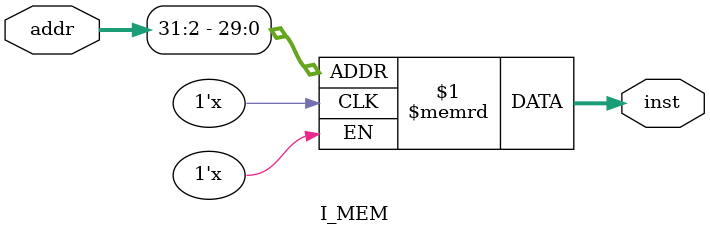
<source format=v>
module I_MEM (
    input [31:0] addr,
    output [31:0] inst
);
    reg [31:0] memory [0:511]; // 511 words
    
    assign inst = memory[addr[31:2]]; // Word-aligned address

    always @(*) begin
        $display("IMEM: Cycle=%0d, addr=%h, inst=%h", $time/10, addr, inst);
    end
endmodule
</source>
